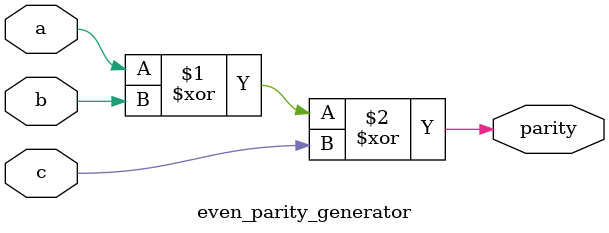
<source format=v>
module even_parity_generator(parity, a, b, c);

output parity;
input a, b, c;

assign parity = a^b^c;

endmodule

/* 
module testbench;

wire parity;
reg a, b, c;

even_parity_generator op(parity, a, b, c);

initial begin
{a, b, c} = 3'b000;
#100 {a, b, c} = 3'b001;
#100 {a, b, c} = 3'b010;
#100 {a, b, c} = 3'b011;
#100 {a, b, c} = 3'b100;
#100 {a, b, c} = 3'b101;
#100 {a, b, c} = 3'b110;
#100 {a, b, c} = 3'b111;
end

initial begin
$monitor(" a = %b  b = %b  c = %b  parity = %b", a, b, c, parity);
end

endmodule
*/

</source>
